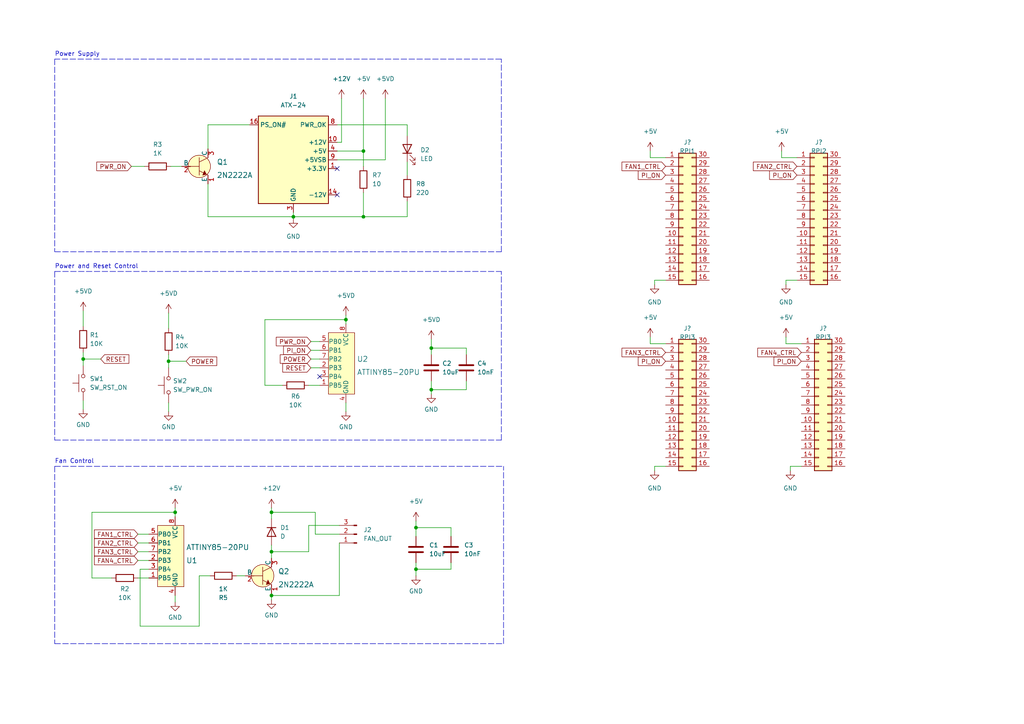
<source format=kicad_sch>
(kicad_sch (version 20211123) (generator eeschema)
  (paper "A4")
  (lib_symbols
    (symbol "Connector:ATX-24"
      (property "Reference" "J" (at -8.89 13.97 0))
      (property "Value" "ATX-24" (at 6.35 13.97 0))
      (symbol "ATX-24_0_1"
        (rectangle (start -10.16 12.7) (end 10.16 -12.7) (stroke (width 0.254)) (fill (type background)))
      )
      (symbol "ATX-24_1_1"
        (pin power_out line (at 12.7 -2.54 180) (length 2.54) (name "+3.3V") (number "1"))
        (pin power_out line (at 12.7 5.08 180) (length 2.54) (name "+12V") (number "10"))
        (pin passive line (at 12.7 5.08 180) (length 2.54) hide (name "+12V") (number "11"))
        (pin passive line (at 12.7 -2.54 180) (length 2.54) hide (name "+3.3V") (number "12"))
        (pin passive line (at 12.7 -2.54 180) (length 2.54) hide (name "+3.3V") (number "13"))
        (pin power_out line (at 12.7 -10.16 180) (length 2.54) (name "-12V") (number "14"))
        (pin passive line (at 0 -15.24 90) (length 2.54) hide (name "GND") (number "15"))
        (pin open_collector line (at -12.7 10.16 0) (length 2.54) (name "PS_ON#") (number "16"))
        (pin passive line (at 0 -15.24 90) (length 2.54) hide (name "GND") (number "17"))
        (pin passive line (at 0 -15.24 90) (length 2.54) hide (name "GND") (number "18"))
        (pin passive line (at 0 -15.24 90) (length 2.54) hide (name "GND") (number "19"))
        (pin passive line (at 12.7 -2.54 180) (length 2.54) hide (name "+3.3V") (number "2"))
        (pin no_connect line (at -10.16 0 0) (length 2.54) hide (name "NC") (number "20"))
        (pin passive line (at 12.7 2.54 180) (length 2.54) hide (name "+5V") (number "21"))
        (pin passive line (at 12.7 2.54 180) (length 2.54) hide (name "+5V") (number "22"))
        (pin passive line (at 12.7 2.54 180) (length 2.54) hide (name "+5V") (number "23"))
        (pin passive line (at 0 -15.24 90) (length 2.54) hide (name "GND") (number "24"))
        (pin power_out line (at 0 -15.24 90) (length 2.54) (name "GND") (number "3"))
        (pin power_out line (at 12.7 2.54 180) (length 2.54) (name "+5V") (number "4"))
        (pin passive line (at 0 -15.24 90) (length 2.54) hide (name "GND") (number "5"))
        (pin passive line (at 12.7 2.54 180) (length 2.54) hide (name "+5V") (number "6"))
        (pin passive line (at 0 -15.24 90) (length 2.54) hide (name "GND") (number "7"))
        (pin output line (at 12.7 10.16 180) (length 2.54) (name "PWR_OK") (number "8"))
        (pin power_out line (at 12.7 0 180) (length 2.54) (name "+5VSB") (number "9"))
      )
    )
    (symbol "Connector:Conn_01x03_Male" (pin_names (offset 1.016) hide)
      (property "Reference" "J" (at 0 5.08 0))
      (property "Value" "Conn_01x03_Male" (at 0 -5.08 0))
      (symbol "Conn_01x03_Male_1_1"
        (polyline (pts (xy 1.27 -2.54) (xy 0.8636 -2.54)) (stroke (width 0.1524)))
        (polyline (pts (xy 1.27 0) (xy 0.8636 0)) (stroke (width 0.1524)))
        (polyline (pts (xy 1.27 2.54) (xy 0.8636 2.54)) (stroke (width 0.1524)))
        (rectangle (start 0.8636 -2.413) (end 0 -2.667) (stroke (width 0.1524)) (fill (type outline)))
        (rectangle (start 0.8636 0.127) (end 0 -0.127) (stroke (width 0.1524)) (fill (type outline)))
        (rectangle (start 0.8636 2.667) (end 0 2.413) (stroke (width 0.1524)) (fill (type outline)))
        (pin passive line (at 5.08 2.54 180) (length 3.81) (name "Pin_1") (number "1"))
        (pin passive line (at 5.08 0 180) (length 3.81) (name "Pin_2") (number "2"))
        (pin passive line (at 5.08 -2.54 180) (length 3.81) (name "Pin_3") (number "3"))
      )
    )
    (symbol "Connector_Generic:Conn_02x15_Counter_Clockwise" (pin_names (offset 1.016) hide)
      (property "Reference" "J" (at 1.27 20.32 0))
      (property "Value" "Conn_02x15_Counter_Clockwise" (at 1.27 -20.32 0))
      (symbol "Conn_02x15_Counter_Clockwise_1_1"
        (rectangle (start -1.27 -17.653) (end 0 -17.907) (stroke (width 0.1524)))
        (rectangle (start -1.27 -15.113) (end 0 -15.367) (stroke (width 0.1524)))
        (rectangle (start -1.27 -12.573) (end 0 -12.827) (stroke (width 0.1524)))
        (rectangle (start -1.27 -10.033) (end 0 -10.287) (stroke (width 0.1524)))
        (rectangle (start -1.27 -7.493) (end 0 -7.747) (stroke (width 0.1524)))
        (rectangle (start -1.27 -4.953) (end 0 -5.207) (stroke (width 0.1524)))
        (rectangle (start -1.27 -2.413) (end 0 -2.667) (stroke (width 0.1524)))
        (rectangle (start -1.27 0.127) (end 0 -0.127) (stroke (width 0.1524)))
        (rectangle (start -1.27 2.667) (end 0 2.413) (stroke (width 0.1524)))
        (rectangle (start -1.27 5.207) (end 0 4.953) (stroke (width 0.1524)))
        (rectangle (start -1.27 7.747) (end 0 7.493) (stroke (width 0.1524)))
        (rectangle (start -1.27 10.287) (end 0 10.033) (stroke (width 0.1524)))
        (rectangle (start -1.27 12.827) (end 0 12.573) (stroke (width 0.1524)))
        (rectangle (start -1.27 15.367) (end 0 15.113) (stroke (width 0.1524)))
        (rectangle (start -1.27 17.907) (end 0 17.653) (stroke (width 0.1524)))
        (rectangle (start -1.27 19.05) (end 3.81 -19.05) (stroke (width 0.254)) (fill (type background)))
        (rectangle (start 3.81 -17.653) (end 2.54 -17.907) (stroke (width 0.1524)))
        (rectangle (start 3.81 -15.113) (end 2.54 -15.367) (stroke (width 0.1524)))
        (rectangle (start 3.81 -12.573) (end 2.54 -12.827) (stroke (width 0.1524)))
        (rectangle (start 3.81 -10.033) (end 2.54 -10.287) (stroke (width 0.1524)))
        (rectangle (start 3.81 -7.493) (end 2.54 -7.747) (stroke (width 0.1524)))
        (rectangle (start 3.81 -4.953) (end 2.54 -5.207) (stroke (width 0.1524)))
        (rectangle (start 3.81 -2.413) (end 2.54 -2.667) (stroke (width 0.1524)))
        (rectangle (start 3.81 0.127) (end 2.54 -0.127) (stroke (width 0.1524)))
        (rectangle (start 3.81 2.667) (end 2.54 2.413) (stroke (width 0.1524)))
        (rectangle (start 3.81 5.207) (end 2.54 4.953) (stroke (width 0.1524)))
        (rectangle (start 3.81 7.747) (end 2.54 7.493) (stroke (width 0.1524)))
        (rectangle (start 3.81 10.287) (end 2.54 10.033) (stroke (width 0.1524)))
        (rectangle (start 3.81 12.827) (end 2.54 12.573) (stroke (width 0.1524)))
        (rectangle (start 3.81 15.367) (end 2.54 15.113) (stroke (width 0.1524)))
        (rectangle (start 3.81 17.907) (end 2.54 17.653) (stroke (width 0.1524)))
        (pin passive line (at -5.08 17.78 0) (length 3.81) (name "Pin_1") (number "1"))
        (pin passive line (at -5.08 -5.08 0) (length 3.81) (name "Pin_10") (number "10"))
        (pin passive line (at -5.08 -7.62 0) (length 3.81) (name "Pin_11") (number "11"))
        (pin passive line (at -5.08 -10.16 0) (length 3.81) (name "Pin_12") (number "12"))
        (pin passive line (at -5.08 -12.7 0) (length 3.81) (name "Pin_13") (number "13"))
        (pin passive line (at -5.08 -15.24 0) (length 3.81) (name "Pin_14") (number "14"))
        (pin passive line (at -5.08 -17.78 0) (length 3.81) (name "Pin_15") (number "15"))
        (pin passive line (at 7.62 -17.78 180) (length 3.81) (name "Pin_16") (number "16"))
        (pin passive line (at 7.62 -15.24 180) (length 3.81) (name "Pin_17") (number "17"))
        (pin passive line (at 7.62 -12.7 180) (length 3.81) (name "Pin_18") (number "18"))
        (pin passive line (at 7.62 -10.16 180) (length 3.81) (name "Pin_19") (number "19"))
        (pin passive line (at -5.08 15.24 0) (length 3.81) (name "Pin_2") (number "2"))
        (pin passive line (at 7.62 -7.62 180) (length 3.81) (name "Pin_20") (number "20"))
        (pin passive line (at 7.62 -5.08 180) (length 3.81) (name "Pin_21") (number "21"))
        (pin passive line (at 7.62 -2.54 180) (length 3.81) (name "Pin_22") (number "22"))
        (pin passive line (at 7.62 0 180) (length 3.81) (name "Pin_23") (number "23"))
        (pin passive line (at 7.62 2.54 180) (length 3.81) (name "Pin_24") (number "24"))
        (pin passive line (at 7.62 5.08 180) (length 3.81) (name "Pin_25") (number "25"))
        (pin passive line (at 7.62 7.62 180) (length 3.81) (name "Pin_26") (number "26"))
        (pin passive line (at 7.62 10.16 180) (length 3.81) (name "Pin_27") (number "27"))
        (pin passive line (at 7.62 12.7 180) (length 3.81) (name "Pin_28") (number "28"))
        (pin passive line (at 7.62 15.24 180) (length 3.81) (name "Pin_29") (number "29"))
        (pin passive line (at -5.08 12.7 0) (length 3.81) (name "Pin_3") (number "3"))
        (pin passive line (at 7.62 17.78 180) (length 3.81) (name "Pin_30") (number "30"))
        (pin passive line (at -5.08 10.16 0) (length 3.81) (name "Pin_4") (number "4"))
        (pin passive line (at -5.08 7.62 0) (length 3.81) (name "Pin_5") (number "5"))
        (pin passive line (at -5.08 5.08 0) (length 3.81) (name "Pin_6") (number "6"))
        (pin passive line (at -5.08 2.54 0) (length 3.81) (name "Pin_7") (number "7"))
        (pin passive line (at -5.08 0 0) (length 3.81) (name "Pin_8") (number "8"))
        (pin passive line (at -5.08 -2.54 0) (length 3.81) (name "Pin_9") (number "9"))
      )
    )
    (symbol "Device:C" (pin_numbers hide) (pin_names (offset 0.254))
      (property "Reference" "C" (at 0.635 2.54 0))
      (property "Value" "C" (at 0.635 -2.54 0))
      (symbol "C_0_1"
        (polyline (pts (xy -2.032 -0.762) (xy 2.032 -0.762)) (stroke (width 0.508)))
        (polyline (pts (xy -2.032 0.762) (xy 2.032 0.762)) (stroke (width 0.508)))
      )
      (symbol "C_1_1"
        (pin passive line (at 0 3.81 270) (length 2.794) (name "~") (number "1"))
        (pin passive line (at 0 -3.81 90) (length 2.794) (name "~") (number "2"))
      )
    )
    (symbol "Device:D" (pin_numbers hide) (pin_names (offset 1.016) hide)
      (property "Reference" "D" (at 0 2.54 0))
      (property "Value" "D" (at 0 -2.54 0))
      (symbol "D_0_1"
        (polyline (pts (xy -1.27 1.27) (xy -1.27 -1.27)) (stroke (width 0.254)))
        (polyline (pts (xy 1.27 0) (xy -1.27 0)))
        (polyline (pts (xy 1.27 1.27) (xy 1.27 -1.27) (xy -1.27 0) (xy 1.27 1.27)) (stroke (width 0.254)))
      )
      (symbol "D_1_1"
        (pin passive line (at -3.81 0 0) (length 2.54) (name "K") (number "1"))
        (pin passive line (at 3.81 0 180) (length 2.54) (name "A") (number "2"))
      )
    )
    (symbol "Device:LED" (pin_numbers hide) (pin_names (offset 1.016) hide)
      (property "Reference" "D" (at 0 2.54 0))
      (property "Value" "LED" (at 0 -2.54 0))
      (symbol "LED_0_1"
        (polyline (pts (xy -1.27 -1.27) (xy -1.27 1.27)) (stroke (width 0.254)))
        (polyline (pts (xy -1.27 0) (xy 1.27 0)))
        (polyline (pts (xy 1.27 -1.27) (xy 1.27 1.27) (xy -1.27 0) (xy 1.27 -1.27)) (stroke (width 0.254)))
        (polyline (pts (xy -3.048 -0.762) (xy -4.572 -2.286) (xy -3.81 -2.286) (xy -4.572 -2.286) (xy -4.572 -1.524)))
        (polyline (pts (xy -1.778 -0.762) (xy -3.302 -2.286) (xy -2.54 -2.286) (xy -3.302 -2.286) (xy -3.302 -1.524)))
      )
      (symbol "LED_1_1"
        (pin passive line (at -3.81 0 0) (length 2.54) (name "K") (number "1"))
        (pin passive line (at 3.81 0 180) (length 2.54) (name "A") (number "2"))
      )
    )
    (symbol "Device:R" (pin_numbers hide) (pin_names (offset 0))
      (property "Reference" "R" (at 2.032 0 90))
      (property "Value" "R" (at 0 0 90))
      (symbol "R_0_1"
        (rectangle (start -1.016 -2.54) (end 1.016 2.54) (stroke (width 0.254)))
      )
      (symbol "R_1_1"
        (pin passive line (at 0 3.81 270) (length 1.27) (name "~") (number "1"))
        (pin passive line (at 0 -3.81 90) (length 1.27) (name "~") (number "2"))
      )
    )
    (symbol "Switch:SW_Push" (pin_numbers hide) (pin_names (offset 1.016) hide)
      (property "Reference" "SW" (at 1.27 2.54 0))
      (property "Value" "SW_Push" (at 0 -1.524 0))
      (symbol "SW_Push_0_1"
        (circle (center -2.032 0) (radius 0.508))
        (polyline (pts (xy 0 1.27) (xy 0 3.048)))
        (polyline (pts (xy 2.54 1.27) (xy -2.54 1.27)))
        (circle (center 2.032 0) (radius 0.508))
        (pin passive line (at -5.08 0 0) (length 2.54) (name "1") (number "1"))
        (pin passive line (at 5.08 0 180) (length 2.54) (name "2") (number "2"))
      )
    )
    (symbol "dk_Embedded-Microcontrollers:ATTINY85-20PU" (pin_names (offset 0.0254))
      (property "Reference" "U" (at -2.8448 8.636 0))
      (property "Value" "ATTINY85-20PU" (at 3.048 -11.43 0))
      (symbol "ATTINY85-20PU_0_1"
        (rectangle (start -2.54 7.62) (end 5.08 -10.16) (fill (type background)))
      )
      (symbol "ATTINY85-20PU_1_1"
        (pin bidirectional line (at -5.08 -7.62 0) (length 2.54) (name "PB5") (number "1"))
        (pin bidirectional line (at -5.08 -2.54 0) (length 2.54) (name "PB3") (number "2"))
        (pin bidirectional line (at -5.08 -5.08 0) (length 2.54) (name "PB4") (number "3"))
        (pin power_in line (at 2.54 -12.7 90) (length 2.54) (name "GND") (number "4"))
        (pin bidirectional line (at -5.08 5.08 0) (length 2.54) (name "PB0") (number "5"))
        (pin bidirectional line (at -5.08 2.54 0) (length 2.54) (name "PB1") (number "6"))
        (pin bidirectional line (at -5.08 0 0) (length 2.54) (name "PB2") (number "7"))
        (pin power_in line (at 2.54 10.16 270) (length 2.54) (name "VCC") (number "8"))
      )
    )
    (symbol "dk_Transistors-Bipolar-BJT-Single:2N2222A" (pin_names (offset 0))
      (property "Reference" "Q" (at -3.2004 4.2164 0))
      (property "Value" "2N2222A" (at 5.2324 0 90))
      (symbol "2N2222A_0_1"
        (polyline (pts (xy -3.81 0) (xy -2.54 0)))
        (polyline (pts (xy -3.556 0) (xy 0 0)))
        (polyline (pts (xy 0 -1.27) (xy 2.54 -2.54)))
        (polyline (pts (xy 0 1.27) (xy 2.54 2.54)))
        (polyline (pts (xy 0 2.54) (xy 0 -2.54)))
        (polyline (pts (xy 1.524 -1.27) (xy 2.032 -2.286) (xy 1.016 -2.54) (xy 1.524 -1.27)) (fill (type outline)))
        (circle (center 0 0) (radius 3.2512) (fill (type background)))
      )
      (symbol "2N2222A_1_1"
        (pin passive line (at 2.54 -5.08 90) (length 2.54) (name "E") (number "1"))
        (pin input line (at -5.08 0 0) (length 2.54) (name "B") (number "2"))
        (pin passive line (at 2.54 5.08 270) (length 2.54) (name "C") (number "3"))
      )
    )
    (symbol "power:+12V" (power) (pin_names (offset 0))
      (property "Value" "+12V" (at 0 3.556 0))
      (symbol "+12V_0_1"
        (polyline (pts (xy -0.762 1.27) (xy 0 2.54)))
        (polyline (pts (xy 0 0) (xy 0 2.54)))
        (polyline (pts (xy 0 2.54) (xy 0.762 1.27)))
      )
      (symbol "+12V_1_1"
        (pin power_in line (at 0 0 90) (length 0) hide (name "+12V") (number "1"))
      )
    )
    (symbol "power:+5V" (power) (pin_names (offset 0))
      (property "Value" "+5V" (at 0 3.556 0))
      (symbol "+5V_0_1"
        (polyline (pts (xy -0.762 1.27) (xy 0 2.54)))
        (polyline (pts (xy 0 0) (xy 0 2.54)))
        (polyline (pts (xy 0 2.54) (xy 0.762 1.27)))
      )
      (symbol "+5V_1_1"
        (pin power_in line (at 0 0 90) (length 0) hide (name "+5V") (number "1"))
      )
    )
    (symbol "power:+5VD" (power) (pin_names (offset 0))
      (property "Value" "+5VD" (at 0 3.556 0))
      (symbol "+5VD_0_1"
        (polyline (pts (xy -0.762 1.27) (xy 0 2.54)))
        (polyline (pts (xy 0 0) (xy 0 2.54)))
        (polyline (pts (xy 0 2.54) (xy 0.762 1.27)))
      )
      (symbol "+5VD_1_1"
        (pin power_in line (at 0 0 90) (length 0) hide (name "+5VD") (number "1"))
      )
    )
    (symbol "power:GND" (power) (pin_names (offset 0))
      (property "Value" "GND" (at 0 -3.81 0))
      (symbol "GND_0_1"
        (polyline (pts (xy 0 0) (xy 0 -1.27) (xy 1.27 -1.27) (xy 0 -2.54) (xy -1.27 -1.27) (xy 0 -1.27)))
      )
      (symbol "GND_1_1"
        (pin power_in line (at 0 0 270) (length 0) hide (name "GND") (number "1"))
      )
    )
  )
  (junction (at 48.895 104.775))
  (junction (at 125.095 113.03))
  (junction (at 120.65 165.1))
  (junction (at 105.41 43.815))
  (junction (at 24.13 104.14))
  (junction (at 125.095 100.965))
  (junction (at 78.74 160.02))
  (junction (at 78.74 172.72))
  (junction (at 50.8 148.59))
  (junction (at 78.74 148.59))
  (junction (at 105.41 62.865))
  (junction (at 120.65 153.035))
  (junction (at 100.33 92.71))
  (junction (at 85.09 62.865))
  (no_connect (at 97.79 48.895))
  (no_connect (at 97.79 56.515))
  (no_connect (at 92.71 109.22))
  (wire (pts (xy 40.64 181.61) (xy 57.785 181.61)))
  (wire (pts (xy 49.53 48.26) (xy 52.705 48.26)))
  (wire (pts (xy 188.595 43.815) (xy 188.595 45.72)))
  (wire (pts (xy 188.595 45.72) (xy 193.04 45.72)))
  (polyline (pts (xy 15.875 17.145) (xy 15.875 73.025)))
  (wire (pts (xy 189.865 135.255) (xy 189.865 136.525)))
  (wire (pts (xy 72.39 36.195) (xy 60.325 36.195)))
  (wire (pts (xy 78.74 160.02) (xy 89.535 160.02)))
  (wire (pts (xy 100.33 92.71) (xy 100.33 93.98)))
  (wire (pts (xy 48.895 116.84) (xy 48.895 119.38)))
  (wire (pts (xy 226.695 45.72) (xy 231.14 45.72)))
  (wire (pts (xy 89.535 111.76) (xy 92.71 111.76)))
  (wire (pts (xy 24.13 116.205) (xy 24.13 118.745)))
  (wire (pts (xy 231.14 81.28) (xy 227.965 81.28)))
  (wire (pts (xy 111.76 28.575) (xy 111.76 46.355)))
  (wire (pts (xy 98.425 172.72) (xy 78.74 172.72)))
  (wire (pts (xy 125.095 113.03) (xy 135.255 113.03)))
  (wire (pts (xy 105.41 55.88) (xy 105.41 62.865)))
  (wire (pts (xy 91.44 148.59) (xy 78.74 148.59)))
  (wire (pts (xy 188.595 97.79) (xy 188.595 99.695)))
  (wire (pts (xy 40.005 154.94) (xy 43.18 154.94)))
  (wire (pts (xy 57.785 167.005) (xy 60.96 167.005)))
  (wire (pts (xy 91.44 154.94) (xy 91.44 148.59)))
  (wire (pts (xy 90.17 104.14) (xy 92.71 104.14)))
  (wire (pts (xy 227.965 99.695) (xy 232.41 99.695)))
  (wire (pts (xy 105.41 43.815) (xy 105.41 48.26)))
  (polyline (pts (xy 15.875 186.69) (xy 146.05 186.69)))
  (wire (pts (xy 120.65 151.13) (xy 120.65 153.035)))
  (wire (pts (xy 85.09 62.865) (xy 105.41 62.865)))
  (wire (pts (xy 105.41 43.815) (xy 105.41 28.575)))
  (wire (pts (xy 118.11 36.195) (xy 118.11 39.37)))
  (wire (pts (xy 40.005 157.48) (xy 43.18 157.48)))
  (wire (pts (xy 97.79 36.195) (xy 118.11 36.195)))
  (wire (pts (xy 24.13 104.14) (xy 24.13 106.045)))
  (wire (pts (xy 40.005 160.02) (xy 43.18 160.02)))
  (wire (pts (xy 57.785 181.61) (xy 57.785 167.005)))
  (wire (pts (xy 120.65 165.1) (xy 130.81 165.1)))
  (polyline (pts (xy 15.875 78.74) (xy 145.415 78.74)))
  (wire (pts (xy 38.1 48.26) (xy 41.91 48.26)))
  (wire (pts (xy 50.8 172.72) (xy 50.8 174.625)))
  (wire (pts (xy 125.095 100.965) (xy 125.095 102.87)))
  (wire (pts (xy 81.915 111.76) (xy 76.835 111.76)))
  (wire (pts (xy 78.74 172.72) (xy 78.74 173.99)))
  (polyline (pts (xy 145.415 73.025) (xy 145.415 17.145)))
  (wire (pts (xy 68.58 167.005) (xy 71.12 167.005)))
  (wire (pts (xy 40.005 162.56) (xy 43.18 162.56)))
  (wire (pts (xy 24.13 104.14) (xy 29.21 104.14)))
  (wire (pts (xy 78.74 158.115) (xy 78.74 160.02)))
  (wire (pts (xy 229.235 135.255) (xy 229.235 136.525)))
  (wire (pts (xy 100.33 91.44) (xy 100.33 92.71)))
  (wire (pts (xy 100.33 116.84) (xy 100.33 119.38)))
  (wire (pts (xy 125.095 98.425) (xy 125.095 100.965)))
  (wire (pts (xy 97.79 41.275) (xy 99.06 41.275)))
  (wire (pts (xy 40.005 167.64) (xy 43.18 167.64)))
  (wire (pts (xy 26.67 148.59) (xy 50.8 148.59)))
  (wire (pts (xy 48.895 102.87) (xy 48.895 104.775)))
  (wire (pts (xy 24.13 102.235) (xy 24.13 104.14)))
  (polyline (pts (xy 15.875 73.025) (xy 145.415 73.025)))
  (wire (pts (xy 90.17 99.06) (xy 92.71 99.06)))
  (polyline (pts (xy 15.875 78.74) (xy 15.875 127.635)))
  (wire (pts (xy 50.8 148.59) (xy 50.8 149.86)))
  (wire (pts (xy 24.13 90.17) (xy 24.13 94.615)))
  (wire (pts (xy 60.325 62.865) (xy 85.09 62.865)))
  (wire (pts (xy 78.74 147.32) (xy 78.74 148.59)))
  (wire (pts (xy 99.06 28.575) (xy 99.06 41.275)))
  (polyline (pts (xy 15.875 127.635) (xy 145.415 127.635)))
  (wire (pts (xy 135.255 100.965) (xy 135.255 102.87)))
  (wire (pts (xy 40.64 165.1) (xy 40.64 181.61)))
  (wire (pts (xy 48.895 104.775) (xy 53.975 104.775)))
  (wire (pts (xy 227.965 81.28) (xy 227.965 82.55)))
  (wire (pts (xy 98.425 157.48) (xy 98.425 172.72)))
  (polyline (pts (xy 15.875 135.255) (xy 146.05 135.255)))
  (wire (pts (xy 135.255 113.03) (xy 135.255 110.49)))
  (wire (pts (xy 78.74 148.59) (xy 78.74 150.495)))
  (wire (pts (xy 78.74 172.085) (xy 78.74 172.72)))
  (wire (pts (xy 125.095 113.03) (xy 125.095 114.3)))
  (polyline (pts (xy 15.875 135.255) (xy 15.875 186.69)))
  (wire (pts (xy 76.835 92.71) (xy 100.33 92.71)))
  (wire (pts (xy 85.09 61.595) (xy 85.09 62.865)))
  (polyline (pts (xy 146.05 186.69) (xy 146.05 135.255)))
  (wire (pts (xy 193.04 81.28) (xy 189.865 81.28)))
  (wire (pts (xy 90.17 101.6) (xy 92.71 101.6)))
  (wire (pts (xy 120.65 153.035) (xy 130.81 153.035)))
  (wire (pts (xy 89.535 152.4) (xy 98.425 152.4)))
  (wire (pts (xy 130.81 163.195) (xy 130.81 165.1)))
  (wire (pts (xy 90.17 106.68) (xy 92.71 106.68)))
  (wire (pts (xy 98.425 154.94) (xy 91.44 154.94)))
  (wire (pts (xy 232.41 135.255) (xy 229.235 135.255)))
  (wire (pts (xy 60.325 36.195) (xy 60.325 43.18)))
  (wire (pts (xy 48.895 104.775) (xy 48.895 106.68)))
  (wire (pts (xy 120.65 153.035) (xy 120.65 155.575)))
  (wire (pts (xy 97.79 43.815) (xy 105.41 43.815)))
  (wire (pts (xy 118.11 62.865) (xy 118.11 58.42)))
  (wire (pts (xy 125.095 100.965) (xy 135.255 100.965)))
  (wire (pts (xy 227.965 97.79) (xy 227.965 99.695)))
  (wire (pts (xy 50.8 147.32) (xy 50.8 148.59)))
  (polyline (pts (xy 145.415 127.635) (xy 145.415 78.74)))
  (wire (pts (xy 189.865 81.28) (xy 189.865 82.55)))
  (wire (pts (xy 60.325 53.34) (xy 60.325 62.865)))
  (wire (pts (xy 111.76 46.355) (xy 97.79 46.355)))
  (wire (pts (xy 120.65 165.1) (xy 120.65 167.005)))
  (wire (pts (xy 48.895 90.805) (xy 48.895 95.25)))
  (wire (pts (xy 85.09 62.865) (xy 85.09 63.5)))
  (wire (pts (xy 76.835 111.76) (xy 76.835 92.71)))
  (wire (pts (xy 78.74 160.02) (xy 78.74 161.925)))
  (wire (pts (xy 26.67 167.64) (xy 26.67 148.59)))
  (wire (pts (xy 130.81 155.575) (xy 130.81 153.035)))
  (wire (pts (xy 118.11 46.99) (xy 118.11 50.8)))
  (wire (pts (xy 188.595 99.695) (xy 193.04 99.695)))
  (wire (pts (xy 105.41 62.865) (xy 118.11 62.865)))
  (wire (pts (xy 89.535 160.02) (xy 89.535 152.4)))
  (wire (pts (xy 125.095 110.49) (xy 125.095 113.03)))
  (wire (pts (xy 32.385 167.64) (xy 26.67 167.64)))
  (wire (pts (xy 226.695 43.815) (xy 226.695 45.72)))
  (wire (pts (xy 43.18 165.1) (xy 40.64 165.1)))
  (wire (pts (xy 193.04 135.255) (xy 189.865 135.255)))
  (wire (pts (xy 120.65 163.195) (xy 120.65 165.1)))
  (polyline (pts (xy 145.415 17.145) (xy 15.875 17.145)))
  (text "Power and Reset Control" (at 15.875 78.105 0) (effects (font (size 1.27 1.27)) (justify left bottom)))
  (text "Power Supply\n" (at 15.875 16.51 0) (effects (font (size 1.27 1.27)) (justify left bottom)))
  (text "Fan Control" (at 15.875 134.62 0) (effects (font (size 1.27 1.27)) (justify left bottom)))
  (global_label "FAN2_CTRL" (shape input) (at 40.005 157.48 180) (property "Intersheet References" "${INTERSHEET_REFS}" (effects hide)))
  (global_label "RESET" (shape input) (at 90.17 106.68 180) (property "Intersheet References" "${INTERSHEET_REFS}" (effects hide)))
  (global_label "FAN4_CTRL" (shape input) (at 40.005 162.56 180) (property "Intersheet References" "${INTERSHEET_REFS}" (effects hide)))
  (global_label "FAN1_CTRL" (shape input) (at 193.04 48.26 180) (property "Intersheet References" "${INTERSHEET_REFS}" (effects hide)))
  (global_label "POWER" (shape input) (at 53.975 104.775 0) (property "Intersheet References" "${INTERSHEET_REFS}" (effects hide)))
  (global_label "FAN1_CTRL" (shape input) (at 40.005 154.94 180) (property "Intersheet References" "${INTERSHEET_REFS}" (effects hide)))
  (global_label "POWER" (shape input) (at 90.17 104.14 180) (property "Intersheet References" "${INTERSHEET_REFS}" (effects hide)))
  (global_label "PI_ON" (shape input) (at 231.14 50.8 180) (property "Intersheet References" "${INTERSHEET_REFS}" (effects hide)))
  (global_label "FAN4_CTRL" (shape input) (at 232.41 102.235 180) (property "Intersheet References" "${INTERSHEET_REFS}" (effects hide)))
  (global_label "FAN2_CTRL" (shape input) (at 231.14 48.26 180) (property "Intersheet References" "${INTERSHEET_REFS}" (effects hide)))
  (global_label "PWR_ON" (shape input) (at 38.1 48.26 180) (property "Intersheet References" "${INTERSHEET_REFS}" (effects hide)))
  (global_label "PI_ON" (shape input) (at 232.41 104.775 180) (property "Intersheet References" "${INTERSHEET_REFS}" (effects hide)))
  (global_label "PI_ON" (shape input) (at 193.04 50.8 180) (property "Intersheet References" "${INTERSHEET_REFS}" (effects hide)))
  (global_label "PI_ON" (shape input) (at 193.04 104.775 180) (property "Intersheet References" "${INTERSHEET_REFS}" (effects hide)))
  (global_label "FAN3_CTRL" (shape input) (at 193.04 102.235 180) (property "Intersheet References" "${INTERSHEET_REFS}" (effects hide)))
  (global_label "PWR_ON" (shape input) (at 90.17 99.06 180) (property "Intersheet References" "${INTERSHEET_REFS}" (effects hide)))
  (global_label "PI_ON" (shape input) (at 90.17 101.6 180) (property "Intersheet References" "${INTERSHEET_REFS}" (effects hide)))
  (global_label "RESET" (shape input) (at 29.21 104.14 0) (property "Intersheet References" "${INTERSHEET_REFS}" (effects hide)))
  (global_label "PI_ON" (shape input) (at 365.76 140.335 0) (property "Intersheet References" "${INTERSHEET_REFS}" (effects hide)))
  (global_label "FAN3_CTRL" (shape input) (at 40.005 160.02 180) (property "Intersheet References" "${INTERSHEET_REFS}" (effects hide)))
  (symbol (lib_id "power:+5V") (at 188.595 43.815 0) (unit 1)
    (property "Reference" "#PWR?" (effects hide))
    (property "Value" "+5V" (at 188.595 38.1 0))
  )
  (symbol (lib_id "power:GND") (at 100.33 119.38 0) (unit 1)
    (property "Reference" "#PWR012" (effects hide))
    (property "Value" "GND" (at 100.33 123.825 0))
  )
  (symbol (lib_id "Device:R") (at 24.13 98.425 180) (unit 1)
    (property "Reference" "R1" (at 26.035 97.1549 0) (effects (justify right)))
    (property "Value" "10K" (at 26.035 99.6949 0) (effects (justify right)))
  )
  (symbol (lib_id "power:GND") (at 229.235 136.525 0) (unit 1)
    (property "Reference" "#PWR?" (effects hide))
    (property "Value" "GND" (at 229.235 141.605 0))
  )
  (symbol (lib_id "dk_Embedded-Microcontrollers:ATTINY85-20PU") (at 48.26 160.02 0) (unit 1)
    (property "Reference" "U1" (at 53.975 162.56 0) (effects (font (size 1.524 1.524)) (justify left)))
    (property "Value" "ATTINY85-20PU" (at 53.975 158.75 0) (effects (font (size 1.524 1.524)) (justify left)))
    (property "Footprint" "digikey-footprints:DIP-8_W7.62mm" (effects hide))
    (property "Datasheet" "http://www.microchip.com/mymicrochip/filehandler.aspx?ddocname=en589894" (effects hide))
    (property "Digi-Key_PN" "ATTINY85-20PU-ND" (effects hide))
    (property "MPN" "ATTINY85-20PU" (effects hide))
    (property "Category" "Integrated Circuits (ICs)" (effects hide))
    (property "Family" "Embedded - Microcontrollers" (effects hide))
    (property "DK_Datasheet_Link" "http://www.microchip.com/mymicrochip/filehandler.aspx?ddocname=en589894" (effects hide))
    (property "DK_Detail_Page" "/product-detail/en/microchip-technology/ATTINY85-20PU/ATTINY85-20PU-ND/735469" (effects hide))
    (property "Description" "IC MCU 8BIT 8KB FLASH 8DIP" (effects hide))
    (property "Manufacturer" "Microchip Technology" (effects hide))
    (property "Status" "Active" (effects hide))
  )
  (symbol (lib_id "Connector_Generic:Conn_02x15_Counter_Clockwise") (at 198.12 117.475 0) (unit 1)
    (property "Reference" "J?" (at 199.39 95.25 0))
    (property "Value" "RPI3" (at 199.39 97.79 0))
    (property "Footprint" "Connector_PinHeader_2.54mm:PinHeader_2x15_P2.54mm_Vertical" (effects hide))
  )
  (symbol (lib_id "Connector:Conn_01x03_Male") (at 103.505 154.94 180) (unit 1)
    (property "Reference" "J2" (at 105.41 153.6699 0) (effects (justify right)))
    (property "Value" "FAN_OUT" (at 105.41 156.2099 0) (effects (justify right)))
  )
  (symbol (lib_id "dk_Transistors-Bipolar-BJT-Single:2N2222A") (at 57.785 48.26 0) (unit 1)
    (property "Reference" "Q1" (at 62.865 46.99 0) (effects (font (size 1.524 1.524)) (justify left)))
    (property "Value" "2N2222A" (at 62.865 50.8 0) (effects (font (size 1.524 1.524)) (justify left)))
    (property "Footprint" "digikey-footprints:TO-18-3" (effects hide))
    (property "Datasheet" "https://my.centralsemi.com/get_document.php?cmp=1&mergetype=pd&mergepath=pd&pdf_id=2N2221A.PDF" (effects hide))
    (property "Digi-Key_PN" "2N2222ACS-ND" (effects hide))
    (property "MPN" "2N2222A" (effects hide))
    (property "Category" "Discrete Semiconductor Products" (effects hide))
    (property "Family" "Transistors - Bipolar (BJT) - Single" (effects hide))
    (property "DK_Datasheet_Link" "https://my.centralsemi.com/get_document.php?cmp=1&mergetype=pd&mergepath=pd&pdf_id=2N2221A.PDF" (effects hide))
    (property "DK_Detail_Page" "/product-detail/en/central-semiconductor-corp/2N2222A/2N2222ACS-ND/4806845" (effects hide))
    (property "Description" "TRANS NPN 40V 0.8A TO-18" (effects hide))
    (property "Manufacturer" "Central Semiconductor Corp" (effects hide))
    (property "Status" "Active" (effects hide))
  )
  (symbol (lib_id "power:+5V") (at 226.695 43.815 0) (unit 1)
    (property "Reference" "#PWR?" (effects hide))
    (property "Value" "+5V" (at 226.695 38.1 0))
  )
  (symbol (lib_id "Device:R") (at 118.11 54.61 180) (unit 1)
    (property "Reference" "R8" (at 120.65 53.3399 0) (effects (justify right)))
    (property "Value" "220" (at 120.65 55.8799 0) (effects (justify right)))
  )
  (symbol (lib_id "power:GND") (at 48.895 119.38 0) (unit 1)
    (property "Reference" "#PWR04" (effects hide))
    (property "Value" "GND" (at 48.895 123.825 0))
  )
  (symbol (lib_id "Device:C") (at 130.81 159.385 0) (unit 1)
    (property "Reference" "C3" (at 134.62 158.1149 0) (effects (justify left)))
    (property "Value" "10nF" (at 134.62 160.6549 0) (effects (justify left)))
  )
  (symbol (lib_id "power:+5V") (at 227.965 97.79 0) (unit 1)
    (property "Reference" "#PWR?" (effects hide))
    (property "Value" "+5V" (at 227.965 92.075 0))
  )
  (symbol (lib_id "Switch:SW_Push") (at 24.13 111.125 90) (unit 1)
    (property "Reference" "SW1" (at 26.035 109.8549 90) (effects (justify right)))
    (property "Value" "SW_RST_ON" (at 26.035 112.3949 90) (effects (justify right)))
  )
  (symbol (lib_id "dk_Embedded-Microcontrollers:ATTINY85-20PU") (at 97.79 104.14 0) (unit 1)
    (property "Reference" "U2" (at 103.505 104.14 0) (effects (font (size 1.524 1.524)) (justify left)))
    (property "Value" "ATTINY85-20PU" (at 103.505 107.95 0) (effects (font (size 1.524 1.524)) (justify left)))
    (property "Footprint" "digikey-footprints:DIP-8_W7.62mm" (effects hide))
    (property "Datasheet" "http://www.microchip.com/mymicrochip/filehandler.aspx?ddocname=en589894" (effects hide))
    (property "Digi-Key_PN" "ATTINY85-20PU-ND" (effects hide))
    (property "MPN" "ATTINY85-20PU" (effects hide))
    (property "Category" "Integrated Circuits (ICs)" (effects hide))
    (property "Family" "Embedded - Microcontrollers" (effects hide))
    (property "DK_Datasheet_Link" "http://www.microchip.com/mymicrochip/filehandler.aspx?ddocname=en589894" (effects hide))
    (property "DK_Detail_Page" "/product-detail/en/microchip-technology/ATTINY85-20PU/ATTINY85-20PU-ND/735469" (effects hide))
    (property "Description" "IC MCU 8BIT 8KB FLASH 8DIP" (effects hide))
    (property "Manufacturer" "Microchip Technology" (effects hide))
    (property "Status" "Active" (effects hide))
  )
  (symbol (lib_id "power:+5V") (at 50.8 147.32 0) (unit 1)
    (property "Reference" "#PWR05" (effects hide))
    (property "Value" "+5V" (at 50.8 141.605 0))
  )
  (symbol (lib_id "Connector_Generic:Conn_02x15_Counter_Clockwise") (at 236.22 63.5 0) (unit 1)
    (property "Reference" "J?" (at 237.49 41.275 0))
    (property "Value" "RPI2" (at 237.49 43.815 0))
    (property "Footprint" "Connector_PinHeader_2.54mm:PinHeader_2x15_P2.54mm_Vertical" (effects hide))
  )
  (symbol (lib_id "Device:D") (at 78.74 154.305 270) (unit 1)
    (property "Reference" "D1" (at 81.28 153.0349 90) (effects (justify left)))
    (property "Value" "D" (at 81.28 155.5749 90) (effects (justify left)))
  )
  (symbol (lib_id "power:+5VD") (at 24.13 90.17 0) (unit 1)
    (property "Reference" "#PWR01" (effects hide))
    (property "Value" "+5VD" (at 24.13 84.455 0))
  )
  (symbol (lib_id "Device:R") (at 105.41 52.07 180) (unit 1)
    (property "Reference" "R7" (at 107.95 50.7999 0) (effects (justify right)))
    (property "Value" "10" (at 107.95 53.3399 0) (effects (justify right)))
  )
  (symbol (lib_id "power:GND") (at 50.8 174.625 0) (unit 1)
    (property "Reference" "#PWR06" (effects hide))
    (property "Value" "GND" (at 50.8 179.07 0))
  )
  (symbol (lib_id "power:+5VD") (at 100.33 91.44 0) (unit 1)
    (property "Reference" "#PWR011" (effects hide))
    (property "Value" "+5VD" (at 100.33 85.725 0))
  )
  (symbol (lib_id "Device:R") (at 85.725 111.76 270) (unit 1)
    (property "Reference" "R6" (at 85.725 114.935 90))
    (property "Value" "10K" (at 85.725 117.475 90))
  )
  (symbol (lib_id "power:GND") (at 24.13 118.745 0) (unit 1)
    (property "Reference" "#PWR02" (effects hide))
    (property "Value" "GND" (at 24.13 123.19 0))
  )
  (symbol (lib_id "Device:C") (at 120.65 159.385 0) (unit 1)
    (property "Reference" "C1" (at 124.46 158.1149 0) (effects (justify left)))
    (property "Value" "10uF" (at 124.46 160.6549 0) (effects (justify left)))
  )
  (symbol (lib_id "Device:LED") (at 118.11 43.18 90) (unit 1)
    (property "Reference" "D2" (at 121.92 43.4974 90) (effects (justify right)))
    (property "Value" "LED" (at 121.92 46.0374 90) (effects (justify right)))
  )
  (symbol (lib_id "power:GND") (at 125.095 114.3 0) (unit 1)
    (property "Reference" "#PWR018" (effects hide))
    (property "Value" "GND" (at 125.095 118.745 0))
  )
  (symbol (lib_id "power:+12V") (at 78.74 147.32 0) (unit 1)
    (property "Reference" "#PWR07" (effects hide))
    (property "Value" "+12V" (at 78.74 141.605 0))
  )
  (symbol (lib_id "power:+5VD") (at 48.895 90.805 0) (unit 1)
    (property "Reference" "#PWR03" (effects hide))
    (property "Value" "+5VD" (at 48.895 85.09 0))
  )
  (symbol (lib_id "Device:C") (at 135.255 106.68 0) (unit 1)
    (property "Reference" "C4" (at 138.43 105.4099 0) (effects (justify left)))
    (property "Value" "10nF" (at 138.43 107.9499 0) (effects (justify left)))
  )
  (symbol (lib_id "power:+5VD") (at 125.095 98.425 0) (unit 1)
    (property "Reference" "#PWR017" (effects hide))
    (property "Value" "+5VD" (at 125.095 92.71 0))
  )
  (symbol (lib_id "Connector_Generic:Conn_02x15_Counter_Clockwise") (at 198.12 63.5 0) (unit 1)
    (property "Reference" "J?" (at 199.39 41.275 0))
    (property "Value" "RPI1" (at 199.39 43.815 0))
    (property "Footprint" "Connector_PinHeader_2.54mm:PinHeader_2x15_P2.54mm_Vertical" (effects hide))
  )
  (symbol (lib_id "power:+5V") (at 105.41 28.575 0) (unit 1)
    (property "Reference" "#PWR013" (effects hide))
    (property "Value" "+5V" (at 105.41 22.86 0))
  )
  (symbol (lib_id "power:+12V") (at 99.06 28.575 0) (unit 1)
    (property "Reference" "#PWR010" (effects hide))
    (property "Value" "+12V" (at 99.06 22.86 0))
  )
  (symbol (lib_id "power:GND") (at 78.74 173.99 0) (unit 1)
    (property "Reference" "#PWR08" (effects hide))
    (property "Value" "GND" (at 78.74 178.435 0))
  )
  (symbol (lib_id "power:+5V") (at 120.65 151.13 0) (unit 1)
    (property "Reference" "#PWR015" (effects hide))
    (property "Value" "+5V" (at 120.65 145.415 0))
  )
  (symbol (lib_id "Device:R") (at 48.895 99.06 180) (unit 1)
    (property "Reference" "R4" (at 50.8 97.7899 0) (effects (justify right)))
    (property "Value" "10K" (at 50.8 100.3299 0) (effects (justify right)))
  )
  (symbol (lib_id "power:+5V") (at 188.595 97.79 0) (unit 1)
    (property "Reference" "#PWR?" (effects hide))
    (property "Value" "+5V" (at 188.595 92.075 0))
  )
  (symbol (lib_id "power:+5VD") (at 111.76 28.575 0) (unit 1)
    (property "Reference" "#PWR014" (effects hide))
    (property "Value" "+5VD" (at 111.76 22.86 0))
  )
  (symbol (lib_id "power:GND") (at 227.965 82.55 0) (unit 1)
    (property "Reference" "#PWR?" (effects hide))
    (property "Value" "GND" (at 227.965 87.63 0))
  )
  (symbol (lib_id "Device:R") (at 64.77 167.005 270) (unit 1)
    (property "Reference" "R5" (at 64.77 173.355 90))
    (property "Value" "1K" (at 64.77 170.815 90))
  )
  (symbol (lib_id "power:GND") (at 120.65 167.005 0) (unit 1)
    (property "Reference" "#PWR016" (effects hide))
    (property "Value" "GND" (at 120.65 171.45 0))
  )
  (symbol (lib_id "dk_Transistors-Bipolar-BJT-Single:2N2222A") (at 76.2 167.005 0) (unit 1)
    (property "Reference" "Q2" (at 80.645 165.735 0) (effects (font (size 1.524 1.524)) (justify left)))
    (property "Value" "2N2222A" (at 80.645 169.545 0) (effects (font (size 1.524 1.524)) (justify left)))
    (property "Footprint" "digikey-footprints:TO-18-3" (effects hide))
    (property "Datasheet" "https://my.centralsemi.com/get_document.php?cmp=1&mergetype=pd&mergepath=pd&pdf_id=2N2221A.PDF" (effects hide))
    (property "Digi-Key_PN" "2N2222ACS-ND" (effects hide))
    (property "MPN" "2N2222A" (effects hide))
    (property "Category" "Discrete Semiconductor Products" (effects hide))
    (property "Family" "Transistors - Bipolar (BJT) - Single" (effects hide))
    (property "DK_Datasheet_Link" "https://my.centralsemi.com/get_document.php?cmp=1&mergetype=pd&mergepath=pd&pdf_id=2N2221A.PDF" (effects hide))
    (property "DK_Detail_Page" "/product-detail/en/central-semiconductor-corp/2N2222A/2N2222ACS-ND/4806845" (effects hide))
    (property "Description" "TRANS NPN 40V 0.8A TO-18" (effects hide))
    (property "Manufacturer" "Central Semiconductor Corp" (effects hide))
    (property "Status" "Active" (effects hide))
  )
  (symbol (lib_id "Connector:ATX-24") (at 85.09 46.355 0) (unit 1)
    (property "Reference" "J1" (at 85.09 27.94 0))
    (property "Value" "ATX-24" (at 85.09 30.48 0))
    (property "Datasheet" "https://www.intel.com/content/dam/www/public/us/en/documents/guides/power-supply-design-guide-june.pdf#page=33" (effects hide))
  )
  (symbol (lib_id "Device:C") (at 125.095 106.68 0) (unit 1)
    (property "Reference" "C2" (at 128.27 105.4099 0) (effects (justify left)))
    (property "Value" "10uF" (at 128.27 107.9499 0) (effects (justify left)))
  )
  (symbol (lib_id "Device:R") (at 45.72 48.26 90) (unit 1)
    (property "Reference" "R3" (at 45.72 41.91 90))
    (property "Value" "1K" (at 45.72 44.45 90))
  )
  (symbol (lib_id "Switch:SW_Push") (at 48.895 111.76 90) (unit 1)
    (property "Reference" "SW2" (at 50.165 110.4899 90) (effects (justify right)))
    (property "Value" "SW_PWR_ON" (at 50.165 113.0299 90) (effects (justify right)))
  )
  (symbol (lib_id "power:GND") (at 189.865 136.525 0) (unit 1)
    (property "Reference" "#PWR?" (effects hide))
    (property "Value" "GND" (at 189.865 141.605 0))
  )
  (symbol (lib_id "power:GND") (at 85.09 63.5 0) (unit 1)
    (property "Reference" "#PWR09" (effects hide))
    (property "Value" "GND" (at 85.09 68.58 0))
  )
  (symbol (lib_id "power:GND") (at 189.865 82.55 0) (unit 1)
    (property "Reference" "#PWR?" (effects hide))
    (property "Value" "GND" (at 189.865 87.63 0))
  )
  (symbol (lib_id "Device:R") (at 36.195 167.64 270) (unit 1)
    (property "Reference" "R2" (at 36.195 170.815 90))
    (property "Value" "10K" (at 36.195 173.355 90))
  )
  (symbol (lib_id "Connector_Generic:Conn_02x15_Counter_Clockwise") (at 237.49 117.475 0) (unit 1)
    (property "Reference" "J?" (at 238.76 95.25 0))
    (property "Value" "RPI3" (at 238.76 97.79 0))
    (property "Footprint" "Connector_PinHeader_2.54mm:PinHeader_2x15_P2.54mm_Vertical" (effects hide))
  )
  (sheet (at 336.55 127) (size 29.21 18.415) (stroke (width 0.1524))
    (property "Sheet name" "Raspberry Port4" (at 336.55 126.2884 0) (effects (justify left bottom)))
    (property "Sheet file" "untitled.kicad_sch" (at 336.55 145.9996 0) (effects (justify left top)))
    (pin "FAN_CTRL" output (at 365.76 134.62 0))
    (pin "PI_ON" input (at 365.76 140.335 0))
  )
)
</source>
